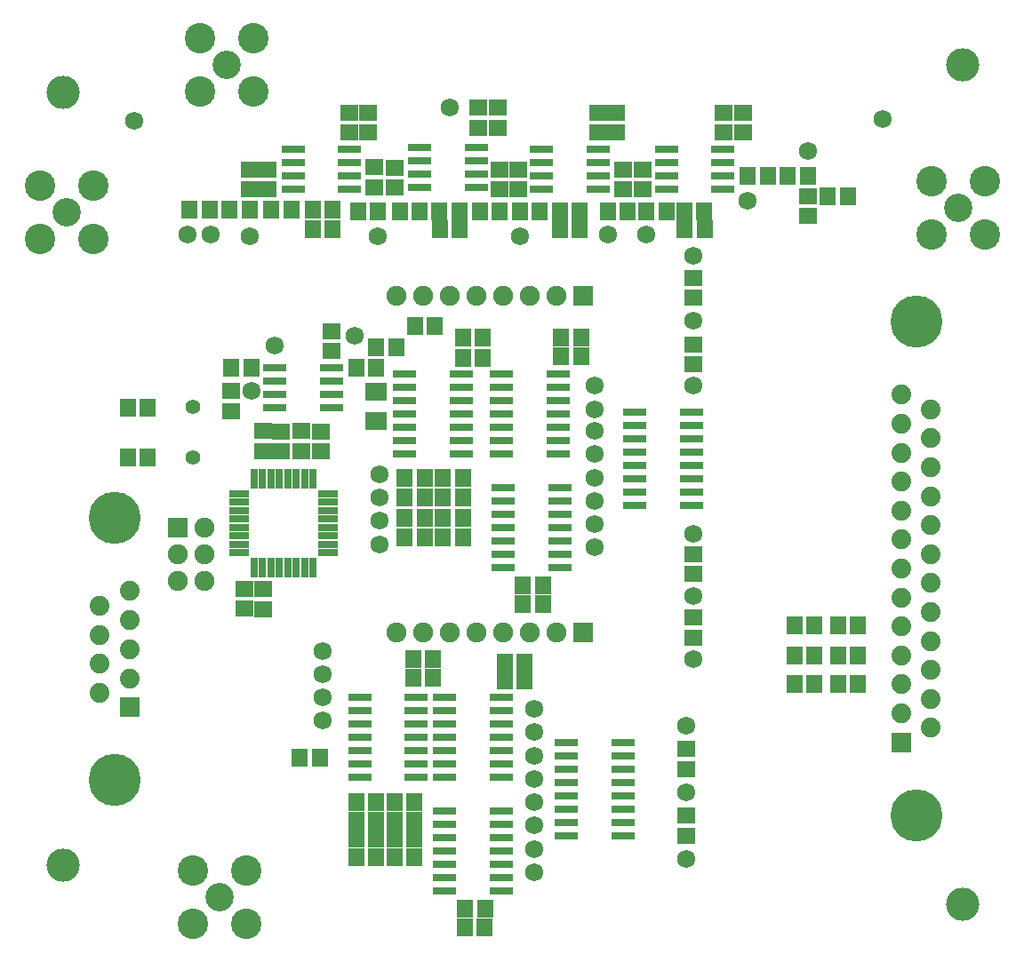
<source format=gbr>
G04 DipTrace 3.3.1.3*
G04 TopMask.gbr*
%MOIN*%
G04 #@! TF.FileFunction,Soldermask,Top*
G04 #@! TF.Part,Single*
%ADD33C,0.125*%
%ADD44C,0.05588*%
%ADD46R,0.074809X0.027565*%
%ADD48R,0.027565X0.074809*%
%ADD50R,0.08662X0.031502*%
%ADD52C,0.06788*%
%ADD54C,0.074809*%
%ADD56R,0.074809X0.074809*%
%ADD58C,0.195282*%
%ADD60C,0.074415*%
%ADD62R,0.074415X0.074415*%
%ADD64C,0.106305*%
%ADD66C,0.114179*%
%ADD68R,0.078746X0.070872*%
%ADD70R,0.059061X0.066935*%
%ADD72R,0.066935X0.059061*%
%FSLAX26Y26*%
G04*
G70*
G90*
G75*
G01*
G04 TopMask*
%LPD*%
D72*
X3071847Y3563659D3*
Y3488856D3*
X3145213Y3563758D3*
Y3488955D3*
D70*
X1070163Y3201258D3*
X1144966D3*
X2007713Y3126259D3*
X2082516D3*
X2457713Y3126258D3*
X2532516D3*
D72*
X2301462Y3351258D3*
Y3276455D3*
X2232712Y3351258D3*
Y3276455D3*
X2770213Y3351258D3*
Y3276455D3*
X2695312Y3351356D3*
Y3276553D3*
D70*
X2926462Y3126258D3*
X3001266D3*
D72*
X2603098Y3563659D3*
Y3488856D3*
X2670212Y3563758D3*
Y3488955D3*
X3388913Y3176259D3*
Y3251062D3*
X1838962Y3357508D3*
Y3282705D3*
X1363913Y3351258D3*
Y3276455D3*
X1295163Y3351258D3*
Y3276455D3*
X1670163Y3563758D3*
Y3488955D3*
X1738913Y3563758D3*
Y3488955D3*
D70*
X1532663Y3126258D3*
X1607466D3*
D72*
X1563962Y2368276D3*
Y2293473D3*
X1488962Y2370008D3*
Y2295205D3*
X1763962Y3359241D3*
Y3284438D3*
X2151364Y3582410D3*
Y3507607D3*
X2226462Y3582508D3*
Y3507705D3*
X1413961Y2368276D3*
Y2293473D3*
X1345212Y2370008D3*
Y2295205D3*
X1345210Y1701260D3*
Y1776064D3*
X1276461Y1702993D3*
Y1777796D3*
D70*
X913961Y2457508D3*
X839158D3*
X913961Y2270008D3*
X839158D3*
X1982712Y1445008D3*
X1907909D3*
X1982909Y1513759D3*
X1908106D3*
X2095212Y2720008D3*
X2170015D3*
X2095212Y2645008D3*
X2170015D3*
D72*
X1226461Y2520008D3*
Y2445205D3*
D68*
X1770212Y2407508D3*
Y2517745D3*
D70*
X2463962Y2651259D3*
X2538766D3*
X2463962Y2720008D3*
X2538766D3*
X2320212Y1788758D3*
X2395015D3*
X2320212Y1720008D3*
X2395015D3*
X2103196Y576259D3*
X2177999D3*
X2101462Y507508D3*
X2176266D3*
X2251462Y1432508D3*
X2326266D3*
X2251462Y1501259D3*
X2326266D3*
X1876462Y2120008D3*
X1951266D3*
X1876462Y2195008D3*
X1951266D3*
X1876462Y2045008D3*
X1951266D3*
X1876462Y1970008D3*
X1951266D3*
X1913764Y770008D3*
X1838961D3*
X1913764Y838758D3*
X1838961D3*
X1913961Y907508D3*
X1839158D3*
X1913961Y976259D3*
X1839158D3*
X3413962Y1420008D3*
X3339159D3*
X3338962Y1526258D3*
X3413766D3*
X3338962Y1638759D3*
X3413766D3*
D66*
X3851462Y3307508D3*
Y3107508D3*
X4051462D3*
Y3307508D3*
D64*
X3951462Y3207508D3*
D66*
X1282713Y720008D3*
X1082713D3*
Y520008D3*
X1282713D3*
D64*
X1182713Y620008D3*
D62*
X845212Y1332508D3*
D60*
Y1441564D3*
Y1550619D3*
Y1659674D3*
Y1768729D3*
X733401Y1387036D3*
Y1496091D3*
Y1605146D3*
Y1714201D3*
D58*
X789307Y1058690D3*
Y2042548D3*
D56*
X1026461Y2007508D3*
D54*
X1126461D3*
X1026461Y1907508D3*
X1126461D3*
X1026461Y1807508D3*
X1126461D3*
D62*
X3738967Y1201259D3*
D60*
Y1309960D3*
Y1418661D3*
Y1527361D3*
Y1636062D3*
Y1744763D3*
Y1853464D3*
Y1962165D3*
Y2070865D3*
Y2179566D3*
Y2288267D3*
Y2396968D3*
Y2505669D3*
X3850778Y1255616D3*
Y1364317D3*
Y1473018D3*
Y1581718D3*
Y1690419D3*
Y1799120D3*
Y1907821D3*
Y2016522D3*
Y2125222D3*
Y2233923D3*
Y2342624D3*
Y2451325D3*
D58*
X3794873Y2779684D3*
Y927243D3*
D66*
X1107712Y3645008D3*
X1307712D3*
Y3845008D3*
X1107712D3*
D64*
X1207712Y3745008D3*
D66*
X707713Y3088758D3*
Y3288758D3*
X507713D3*
Y3088758D3*
D64*
X607713Y3188758D3*
D56*
X2544178Y2876258D3*
D54*
X2444178D3*
X2344178D3*
X2244178D3*
X2144178D3*
X2044178D3*
X1944178D3*
X1844178D3*
D56*
X2544178Y1613758D3*
D54*
X2444178D3*
X2344178D3*
X2244178D3*
X2144178D3*
X2044178D3*
X1944178D3*
X1844178D3*
D70*
X2307713Y3195008D3*
X2382516D3*
X2457713D3*
X2532516D3*
X2782812D3*
X2857615D3*
X2924829D3*
X2999632D3*
X3314011Y3326258D3*
X3388814D3*
X1220163Y3201258D3*
X1294966D3*
X2157713Y3195008D3*
X2232516D3*
X2638962D3*
X2713766D3*
X3163914Y3326258D3*
X3238717D3*
X1857713Y3195008D3*
X1932516D3*
X1701462D3*
X1776266D3*
X2006078D3*
X2080881D3*
X1532663Y3201258D3*
X1607466D3*
X1376414D3*
X1451217D3*
X1770212Y2682508D3*
X1845015D3*
X2020212Y2195008D3*
X2095015D3*
X2020212Y2120008D3*
X2095015D3*
X2020212Y2045008D3*
X2095015D3*
X2020212Y1970008D3*
X2095015D3*
X1770210Y770008D3*
X1695407D3*
X1770210Y838759D3*
X1695407D3*
X1770210Y907508D3*
X1695407D3*
X1770210Y976259D3*
X1695407D3*
X3463914Y3251258D3*
X3538717D3*
X1226462Y2607508D3*
X1301266D3*
D72*
X1601462Y2670008D3*
Y2744812D3*
D70*
X1770212Y2607508D3*
X1695409D3*
X1988961Y2763758D3*
X1914158D3*
X1557712Y1145008D3*
X1482909D3*
D72*
X2957713Y2945008D3*
Y2870205D3*
Y2695008D3*
Y2620205D3*
Y1907508D3*
Y1832705D3*
Y1670008D3*
Y1595205D3*
X2932713Y1176258D3*
Y1101455D3*
Y926258D3*
Y851455D3*
D70*
X3501462Y1420008D3*
X3576266D3*
X3501462Y1526258D3*
X3576266D3*
X3501462Y1638759D3*
X3576266D3*
D52*
X2638962Y3107508D3*
X3388913Y3420008D3*
X3163913Y3232508D3*
X2588962Y1932508D3*
X2045163Y3582508D3*
X863962Y3532508D3*
X3670212Y3538759D3*
X1149680Y3107508D3*
X1295163Y3101258D3*
X2307712D3*
X2782713Y3107508D3*
X1776462Y3101258D3*
X1062180Y3107508D3*
X2588962Y2020008D3*
Y2107508D3*
Y2195008D3*
Y2282508D3*
Y2370008D3*
Y2451258D3*
Y2538758D3*
X2363961Y713758D3*
X1782713Y1945010D3*
X2363961Y801258D3*
Y888758D3*
Y976258D3*
Y1063758D3*
Y1151258D3*
Y1238758D3*
Y1326258D3*
X1301461Y2520008D3*
X1782713Y2032510D3*
Y2120008D3*
Y2207508D3*
X1570210Y1545008D3*
Y1457508D3*
Y1370008D3*
Y1282508D3*
X1388962Y2688758D3*
X1688962Y2726259D3*
X2957713Y3026258D3*
Y2782508D3*
Y2538758D3*
X2957712Y1982508D3*
X2957713Y1751258D3*
Y1513758D3*
X2932713Y1263759D3*
Y1013759D3*
X2932712Y763759D3*
D50*
X2857663Y3426258D3*
Y3376258D3*
Y3326258D3*
Y3276258D3*
X3070262D3*
Y3326258D3*
Y3376258D3*
Y3426258D3*
X1457613D3*
Y3376258D3*
Y3326258D3*
Y3276258D3*
X1670212D3*
Y3326258D3*
Y3376258D3*
Y3426258D3*
X1932663Y3432508D3*
Y3382508D3*
Y3332508D3*
Y3282508D3*
X2145262D3*
Y3332508D3*
Y3382508D3*
Y3432508D3*
X2738962Y2438758D3*
Y2388758D3*
Y2338758D3*
Y2288758D3*
Y2238758D3*
Y2188758D3*
Y2138758D3*
Y2088758D3*
X2951561D3*
Y2138758D3*
Y2188758D3*
Y2238758D3*
Y2288758D3*
Y2338758D3*
Y2388758D3*
Y2438758D3*
X2388914Y3426258D3*
Y3376258D3*
Y3326258D3*
Y3276258D3*
X2601512D3*
Y3326258D3*
Y3376258D3*
Y3426258D3*
D48*
X1532712Y2188758D3*
X1501216D3*
X1469720D3*
X1438224D3*
X1406728D3*
X1375231D3*
X1343735D3*
X1312239D3*
D46*
X1257121Y2133640D3*
Y2102144D3*
Y2070648D3*
Y2039151D3*
Y2007655D3*
Y1976159D3*
Y1944663D3*
Y1913167D3*
D48*
X1312239Y1858049D3*
X1343735D3*
X1375231D3*
X1406728D3*
X1438224D3*
X1469720D3*
X1501216D3*
X1532712D3*
D46*
X1587830Y1913167D3*
Y1944663D3*
Y1976159D3*
Y2007655D3*
Y2039151D3*
Y2070648D3*
Y2102144D3*
Y2133640D3*
D50*
X2482713Y1201258D3*
Y1151258D3*
Y1101258D3*
Y1051258D3*
Y1001258D3*
Y951258D3*
Y901258D3*
Y851258D3*
X2695312D3*
Y901258D3*
Y951258D3*
Y1001258D3*
Y1051258D3*
Y1101258D3*
Y1151258D3*
Y1201258D3*
X1876462Y2582508D3*
Y2532508D3*
Y2482508D3*
Y2432508D3*
Y2382508D3*
Y2332508D3*
Y2282508D3*
X2089061D3*
Y2332508D3*
Y2382508D3*
Y2432508D3*
Y2482508D3*
Y2532508D3*
Y2582508D3*
X1707713Y1370008D3*
Y1320008D3*
Y1270008D3*
Y1220008D3*
Y1170008D3*
Y1120008D3*
Y1070008D3*
X1920312D3*
Y1120008D3*
Y1170008D3*
Y1220008D3*
Y1270008D3*
Y1320008D3*
Y1370008D3*
X2238913Y2582508D3*
Y2532508D3*
Y2482508D3*
Y2432508D3*
Y2382508D3*
Y2332508D3*
Y2282508D3*
X2451511D3*
Y2332508D3*
Y2382508D3*
Y2432508D3*
Y2482508D3*
Y2532508D3*
Y2582508D3*
X2026462Y945008D3*
Y895008D3*
Y845008D3*
Y795008D3*
Y745008D3*
Y695008D3*
Y645008D3*
X2239061D3*
Y695008D3*
Y745008D3*
Y795008D3*
Y845008D3*
Y895008D3*
Y945008D3*
X1388962Y2607508D3*
Y2557508D3*
Y2507508D3*
Y2457508D3*
X1601561D3*
Y2507508D3*
Y2557508D3*
Y2607508D3*
X2026462Y1370008D3*
Y1320008D3*
Y1270008D3*
Y1220008D3*
Y1170008D3*
Y1120008D3*
Y1070008D3*
X2239061D3*
Y1120008D3*
Y1170008D3*
Y1220008D3*
Y1270008D3*
Y1320008D3*
Y1370008D3*
X2245212Y2157508D3*
Y2107508D3*
Y2057508D3*
Y2007508D3*
Y1957508D3*
Y1907508D3*
Y1857508D3*
X2457810D3*
Y1907508D3*
Y1957508D3*
Y2007508D3*
Y2057508D3*
Y2107508D3*
Y2157508D3*
D44*
X1082712Y2270008D3*
Y2460008D3*
D33*
X595212Y3638758D3*
Y738759D3*
X3970212Y595008D3*
Y3745008D3*
M02*

</source>
